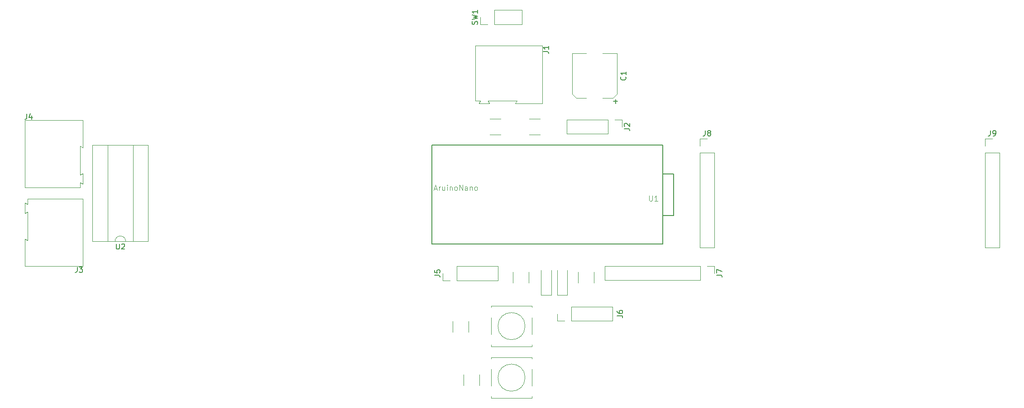
<source format=gbr>
G04 #@! TF.FileFunction,Legend,Top*
%FSLAX46Y46*%
G04 Gerber Fmt 4.6, Leading zero omitted, Abs format (unit mm)*
G04 Created by KiCad (PCBNEW 4.0.7-e2-6376~58~ubuntu14.04.1) date Mon Sep 18 21:36:43 2017*
%MOMM*%
%LPD*%
G01*
G04 APERTURE LIST*
%ADD10C,0.100000*%
%ADD11C,0.120000*%
%ADD12C,0.127000*%
%ADD13C,0.150000*%
%ADD14C,0.050000*%
G04 APERTURE END LIST*
D10*
D11*
X162190000Y-68810000D02*
X159510000Y-68810000D01*
X153810000Y-68810000D02*
X156490000Y-68810000D01*
X154570000Y-77190000D02*
X156490000Y-77190000D01*
X161430000Y-77190000D02*
X159510000Y-77190000D01*
X162190000Y-68810000D02*
X162190000Y-76430000D01*
X162190000Y-76430000D02*
X161430000Y-77190000D01*
X154570000Y-77190000D02*
X153810000Y-76430000D01*
X153810000Y-76430000D02*
X153810000Y-68810000D01*
X148050000Y-114100000D02*
X149950000Y-114100000D01*
X149950000Y-114100000D02*
X149950000Y-109400000D01*
X148050000Y-114100000D02*
X148050000Y-109400000D01*
X151050000Y-114100000D02*
X152950000Y-114100000D01*
X152950000Y-114100000D02*
X152950000Y-109400000D01*
X151050000Y-114100000D02*
X151050000Y-109400000D01*
X148300000Y-67350000D02*
X135700000Y-67350000D01*
X135700000Y-67350000D02*
X135700000Y-77700000D01*
X135700000Y-77700000D02*
X136650000Y-77700000D01*
X136650000Y-77700000D02*
X136400000Y-78200000D01*
X136400000Y-78200000D02*
X138300000Y-78200000D01*
X138300000Y-78200000D02*
X138350000Y-78200000D01*
X138350000Y-78200000D02*
X138100000Y-77700000D01*
X138100000Y-77700000D02*
X143500000Y-77700000D01*
X143500000Y-77700000D02*
X143200000Y-78200000D01*
X143200000Y-78200000D02*
X148300000Y-78200000D01*
X148300000Y-78200000D02*
X148300000Y-67350000D01*
X62340000Y-108662000D02*
X62340000Y-96062000D01*
X62340000Y-96062000D02*
X51990000Y-96062000D01*
X51990000Y-96062000D02*
X51990000Y-97012000D01*
X51990000Y-97012000D02*
X51490000Y-96762000D01*
X51490000Y-96762000D02*
X51490000Y-98662000D01*
X51490000Y-98662000D02*
X51490000Y-98712000D01*
X51490000Y-98712000D02*
X51990000Y-98462000D01*
X51990000Y-98462000D02*
X51990000Y-103862000D01*
X51990000Y-103862000D02*
X51490000Y-103562000D01*
X51490000Y-103562000D02*
X51490000Y-108662000D01*
X51490000Y-108662000D02*
X62340000Y-108662000D01*
X51452000Y-81330000D02*
X51452000Y-93930000D01*
X51452000Y-93930000D02*
X61802000Y-93930000D01*
X61802000Y-93930000D02*
X61802000Y-92980000D01*
X61802000Y-92980000D02*
X62302000Y-93230000D01*
X62302000Y-93230000D02*
X62302000Y-91330000D01*
X62302000Y-91330000D02*
X62302000Y-91280000D01*
X62302000Y-91280000D02*
X61802000Y-91530000D01*
X61802000Y-91530000D02*
X61802000Y-86130000D01*
X61802000Y-86130000D02*
X62302000Y-86430000D01*
X62302000Y-86430000D02*
X62302000Y-81330000D01*
X62302000Y-81330000D02*
X51452000Y-81330000D01*
X153670000Y-118932000D02*
X161350000Y-118932000D01*
X161350000Y-118932000D02*
X161350000Y-116272000D01*
X161350000Y-116272000D02*
X153670000Y-116272000D01*
X153670000Y-116272000D02*
X153670000Y-118932000D01*
X152400000Y-118932000D02*
X151070000Y-118932000D01*
X151070000Y-118932000D02*
X151070000Y-117602000D01*
X177800000Y-108652000D02*
X159960000Y-108652000D01*
X159960000Y-108652000D02*
X159960000Y-111312000D01*
X159960000Y-111312000D02*
X177800000Y-111312000D01*
X177800000Y-111312000D02*
X177800000Y-108652000D01*
X179070000Y-108652000D02*
X180400000Y-108652000D01*
X180400000Y-108652000D02*
X180400000Y-109982000D01*
X177740000Y-87376000D02*
X177740000Y-105216000D01*
X177740000Y-105216000D02*
X180400000Y-105216000D01*
X180400000Y-105216000D02*
X180400000Y-87376000D01*
X180400000Y-87376000D02*
X177740000Y-87376000D01*
X177740000Y-86106000D02*
X177740000Y-84776000D01*
X177740000Y-84776000D02*
X179070000Y-84776000D01*
X231080000Y-87376000D02*
X231080000Y-105216000D01*
X231080000Y-105216000D02*
X233740000Y-105216000D01*
X233740000Y-105216000D02*
X233740000Y-87376000D01*
X233740000Y-87376000D02*
X231080000Y-87376000D01*
X231080000Y-86106000D02*
X231080000Y-84776000D01*
X231080000Y-84776000D02*
X232410000Y-84776000D01*
X147812000Y-84030000D02*
X145812000Y-84030000D01*
X145812000Y-81070000D02*
X147812000Y-81070000D01*
X140446000Y-84030000D02*
X138446000Y-84030000D01*
X138446000Y-81070000D02*
X140446000Y-81070000D01*
X142792000Y-111744000D02*
X142792000Y-109744000D01*
X145752000Y-109744000D02*
X145752000Y-111744000D01*
X154984000Y-111744000D02*
X154984000Y-109744000D01*
X157944000Y-109744000D02*
X157944000Y-111744000D01*
X133520000Y-131000000D02*
X133520000Y-129000000D01*
X136480000Y-129000000D02*
X136480000Y-131000000D01*
X131520000Y-121000000D02*
X131520000Y-119000000D01*
X134480000Y-119000000D02*
X134480000Y-121000000D01*
X138684000Y-116078000D02*
X146304000Y-116078000D01*
X146304000Y-116078000D02*
X146304000Y-116378000D01*
X146304000Y-123698000D02*
X138684000Y-123698000D01*
X138684000Y-116078000D02*
X138684000Y-116378000D01*
X146304000Y-118318000D02*
X146304000Y-121458000D01*
X138684000Y-118318000D02*
X138684000Y-121458000D01*
X146304000Y-123398000D02*
X146304000Y-123698000D01*
X138684000Y-123398000D02*
X138684000Y-123698000D01*
X145034000Y-119888000D02*
G75*
G03X145034000Y-119888000I-2540000J0D01*
G01*
X138684000Y-125730000D02*
X146304000Y-125730000D01*
X146304000Y-125730000D02*
X146304000Y-126030000D01*
X146304000Y-133350000D02*
X138684000Y-133350000D01*
X138684000Y-125730000D02*
X138684000Y-126030000D01*
X146304000Y-127970000D02*
X146304000Y-131110000D01*
X138684000Y-127970000D02*
X138684000Y-131110000D01*
X146304000Y-133050000D02*
X146304000Y-133350000D01*
X138684000Y-133050000D02*
X138684000Y-133350000D01*
X145034000Y-129540000D02*
G75*
G03X145034000Y-129540000I-2540000J0D01*
G01*
D12*
X127635000Y-104521000D02*
X127635000Y-85979000D01*
X127635000Y-85979000D02*
X170815000Y-85979000D01*
X170815000Y-85979000D02*
X170815000Y-99150000D01*
X170815000Y-99150000D02*
X170815000Y-104521000D01*
X170815000Y-104521000D02*
X127635000Y-104521000D01*
X172815000Y-99150000D02*
X172815000Y-91350000D01*
X172815000Y-99150000D02*
X170815000Y-99150000D01*
X172825000Y-91350000D02*
X170825000Y-91350000D01*
D11*
X70342000Y-104006000D02*
X71712000Y-104006000D01*
X71712000Y-104006000D02*
X71712000Y-85986000D01*
X71712000Y-85986000D02*
X66972000Y-85986000D01*
X66972000Y-85986000D02*
X66972000Y-104006000D01*
X66972000Y-104006000D02*
X68342000Y-104006000D01*
X74542000Y-104006000D02*
X74542000Y-85986000D01*
X74542000Y-85986000D02*
X64142000Y-85986000D01*
X64142000Y-85986000D02*
X64142000Y-104006000D01*
X64142000Y-104006000D02*
X74542000Y-104006000D01*
X68342000Y-104006000D02*
G75*
G02X70342000Y-104006000I1000000J0D01*
G01*
X160528000Y-81220000D02*
X152848000Y-81220000D01*
X152848000Y-81220000D02*
X152848000Y-83880000D01*
X152848000Y-83880000D02*
X160528000Y-83880000D01*
X160528000Y-83880000D02*
X160528000Y-81220000D01*
X161798000Y-81220000D02*
X163128000Y-81220000D01*
X163128000Y-81220000D02*
X163128000Y-82550000D01*
X132270000Y-111330000D02*
X139950000Y-111330000D01*
X139950000Y-111330000D02*
X139950000Y-108670000D01*
X139950000Y-108670000D02*
X132270000Y-108670000D01*
X132270000Y-108670000D02*
X132270000Y-111330000D01*
X131000000Y-111330000D02*
X129670000Y-111330000D01*
X129670000Y-111330000D02*
X129670000Y-110000000D01*
X139270000Y-63330000D02*
X144410000Y-63330000D01*
X144410000Y-63330000D02*
X144410000Y-60670000D01*
X144410000Y-60670000D02*
X139270000Y-60670000D01*
X139270000Y-60670000D02*
X139270000Y-63330000D01*
X138000000Y-63330000D02*
X136670000Y-63330000D01*
X136670000Y-63330000D02*
X136670000Y-62000000D01*
D13*
X163807143Y-73166666D02*
X163854762Y-73214285D01*
X163902381Y-73357142D01*
X163902381Y-73452380D01*
X163854762Y-73595238D01*
X163759524Y-73690476D01*
X163664286Y-73738095D01*
X163473810Y-73785714D01*
X163330952Y-73785714D01*
X163140476Y-73738095D01*
X163045238Y-73690476D01*
X162950000Y-73595238D01*
X162902381Y-73452380D01*
X162902381Y-73357142D01*
X162950000Y-73214285D01*
X162997619Y-73166666D01*
X163902381Y-72214285D02*
X163902381Y-72785714D01*
X163902381Y-72500000D02*
X162902381Y-72500000D01*
X163045238Y-72595238D01*
X163140476Y-72690476D01*
X163188095Y-72785714D01*
X161971429Y-78160952D02*
X161971429Y-77399047D01*
X162352381Y-77779999D02*
X161590476Y-77779999D01*
X148442381Y-68413333D02*
X149156667Y-68413333D01*
X149299524Y-68460953D01*
X149394762Y-68556191D01*
X149442381Y-68699048D01*
X149442381Y-68794286D01*
X149442381Y-67413333D02*
X149442381Y-67984762D01*
X149442381Y-67699048D02*
X148442381Y-67699048D01*
X148585238Y-67794286D01*
X148680476Y-67889524D01*
X148728095Y-67984762D01*
X61276667Y-108804381D02*
X61276667Y-109518667D01*
X61229047Y-109661524D01*
X61133809Y-109756762D01*
X60990952Y-109804381D01*
X60895714Y-109804381D01*
X61657619Y-108804381D02*
X62276667Y-108804381D01*
X61943333Y-109185333D01*
X62086191Y-109185333D01*
X62181429Y-109232952D01*
X62229048Y-109280571D01*
X62276667Y-109375810D01*
X62276667Y-109613905D01*
X62229048Y-109709143D01*
X62181429Y-109756762D01*
X62086191Y-109804381D01*
X61800476Y-109804381D01*
X61705238Y-109756762D01*
X61657619Y-109709143D01*
X51848667Y-80092381D02*
X51848667Y-80806667D01*
X51801047Y-80949524D01*
X51705809Y-81044762D01*
X51562952Y-81092381D01*
X51467714Y-81092381D01*
X52753429Y-80425714D02*
X52753429Y-81092381D01*
X52515333Y-80044762D02*
X52277238Y-80759048D01*
X52896286Y-80759048D01*
X162266381Y-117935333D02*
X162980667Y-117935333D01*
X163123524Y-117982953D01*
X163218762Y-118078191D01*
X163266381Y-118221048D01*
X163266381Y-118316286D01*
X162266381Y-117030571D02*
X162266381Y-117221048D01*
X162314000Y-117316286D01*
X162361619Y-117363905D01*
X162504476Y-117459143D01*
X162694952Y-117506762D01*
X163075905Y-117506762D01*
X163171143Y-117459143D01*
X163218762Y-117411524D01*
X163266381Y-117316286D01*
X163266381Y-117125809D01*
X163218762Y-117030571D01*
X163171143Y-116982952D01*
X163075905Y-116935333D01*
X162837810Y-116935333D01*
X162742571Y-116982952D01*
X162694952Y-117030571D01*
X162647333Y-117125809D01*
X162647333Y-117316286D01*
X162694952Y-117411524D01*
X162742571Y-117459143D01*
X162837810Y-117506762D01*
X180852381Y-110315333D02*
X181566667Y-110315333D01*
X181709524Y-110362953D01*
X181804762Y-110458191D01*
X181852381Y-110601048D01*
X181852381Y-110696286D01*
X180852381Y-109934381D02*
X180852381Y-109267714D01*
X181852381Y-109696286D01*
X178736667Y-83228381D02*
X178736667Y-83942667D01*
X178689047Y-84085524D01*
X178593809Y-84180762D01*
X178450952Y-84228381D01*
X178355714Y-84228381D01*
X179355714Y-83656952D02*
X179260476Y-83609333D01*
X179212857Y-83561714D01*
X179165238Y-83466476D01*
X179165238Y-83418857D01*
X179212857Y-83323619D01*
X179260476Y-83276000D01*
X179355714Y-83228381D01*
X179546191Y-83228381D01*
X179641429Y-83276000D01*
X179689048Y-83323619D01*
X179736667Y-83418857D01*
X179736667Y-83466476D01*
X179689048Y-83561714D01*
X179641429Y-83609333D01*
X179546191Y-83656952D01*
X179355714Y-83656952D01*
X179260476Y-83704571D01*
X179212857Y-83752190D01*
X179165238Y-83847429D01*
X179165238Y-84037905D01*
X179212857Y-84133143D01*
X179260476Y-84180762D01*
X179355714Y-84228381D01*
X179546191Y-84228381D01*
X179641429Y-84180762D01*
X179689048Y-84133143D01*
X179736667Y-84037905D01*
X179736667Y-83847429D01*
X179689048Y-83752190D01*
X179641429Y-83704571D01*
X179546191Y-83656952D01*
X232076667Y-83228381D02*
X232076667Y-83942667D01*
X232029047Y-84085524D01*
X231933809Y-84180762D01*
X231790952Y-84228381D01*
X231695714Y-84228381D01*
X232600476Y-84228381D02*
X232790952Y-84228381D01*
X232886191Y-84180762D01*
X232933810Y-84133143D01*
X233029048Y-83990286D01*
X233076667Y-83799810D01*
X233076667Y-83418857D01*
X233029048Y-83323619D01*
X232981429Y-83276000D01*
X232886191Y-83228381D01*
X232695714Y-83228381D01*
X232600476Y-83276000D01*
X232552857Y-83323619D01*
X232505238Y-83418857D01*
X232505238Y-83656952D01*
X232552857Y-83752190D01*
X232600476Y-83799810D01*
X232695714Y-83847429D01*
X232886191Y-83847429D01*
X232981429Y-83799810D01*
X233029048Y-83752190D01*
X233076667Y-83656952D01*
D14*
X168238095Y-95452381D02*
X168238095Y-96261905D01*
X168285714Y-96357143D01*
X168333333Y-96404762D01*
X168428571Y-96452381D01*
X168619048Y-96452381D01*
X168714286Y-96404762D01*
X168761905Y-96357143D01*
X168809524Y-96261905D01*
X168809524Y-95452381D01*
X169809524Y-96452381D02*
X169238095Y-96452381D01*
X169523809Y-96452381D02*
X169523809Y-95452381D01*
X169428571Y-95595238D01*
X169333333Y-95690476D01*
X169238095Y-95738095D01*
X128056190Y-94146667D02*
X128532381Y-94146667D01*
X127960952Y-94432381D02*
X128294285Y-93432381D01*
X128627619Y-94432381D01*
X128960952Y-94432381D02*
X128960952Y-93765714D01*
X128960952Y-93956190D02*
X129008571Y-93860952D01*
X129056190Y-93813333D01*
X129151428Y-93765714D01*
X129246667Y-93765714D01*
X130008572Y-93765714D02*
X130008572Y-94432381D01*
X129580000Y-93765714D02*
X129580000Y-94289524D01*
X129627619Y-94384762D01*
X129722857Y-94432381D01*
X129865715Y-94432381D01*
X129960953Y-94384762D01*
X130008572Y-94337143D01*
X130484762Y-94432381D02*
X130484762Y-93765714D01*
X130484762Y-93432381D02*
X130437143Y-93480000D01*
X130484762Y-93527619D01*
X130532381Y-93480000D01*
X130484762Y-93432381D01*
X130484762Y-93527619D01*
X130960952Y-93765714D02*
X130960952Y-94432381D01*
X130960952Y-93860952D02*
X131008571Y-93813333D01*
X131103809Y-93765714D01*
X131246667Y-93765714D01*
X131341905Y-93813333D01*
X131389524Y-93908571D01*
X131389524Y-94432381D01*
X132008571Y-94432381D02*
X131913333Y-94384762D01*
X131865714Y-94337143D01*
X131818095Y-94241905D01*
X131818095Y-93956190D01*
X131865714Y-93860952D01*
X131913333Y-93813333D01*
X132008571Y-93765714D01*
X132151429Y-93765714D01*
X132246667Y-93813333D01*
X132294286Y-93860952D01*
X132341905Y-93956190D01*
X132341905Y-94241905D01*
X132294286Y-94337143D01*
X132246667Y-94384762D01*
X132151429Y-94432381D01*
X132008571Y-94432381D01*
X132770476Y-94432381D02*
X132770476Y-93432381D01*
X133341905Y-94432381D01*
X133341905Y-93432381D01*
X134246667Y-94432381D02*
X134246667Y-93908571D01*
X134199048Y-93813333D01*
X134103810Y-93765714D01*
X133913333Y-93765714D01*
X133818095Y-93813333D01*
X134246667Y-94384762D02*
X134151429Y-94432381D01*
X133913333Y-94432381D01*
X133818095Y-94384762D01*
X133770476Y-94289524D01*
X133770476Y-94194286D01*
X133818095Y-94099048D01*
X133913333Y-94051429D01*
X134151429Y-94051429D01*
X134246667Y-94003810D01*
X134722857Y-93765714D02*
X134722857Y-94432381D01*
X134722857Y-93860952D02*
X134770476Y-93813333D01*
X134865714Y-93765714D01*
X135008572Y-93765714D01*
X135103810Y-93813333D01*
X135151429Y-93908571D01*
X135151429Y-94432381D01*
X135770476Y-94432381D02*
X135675238Y-94384762D01*
X135627619Y-94337143D01*
X135580000Y-94241905D01*
X135580000Y-93956190D01*
X135627619Y-93860952D01*
X135675238Y-93813333D01*
X135770476Y-93765714D01*
X135913334Y-93765714D01*
X136008572Y-93813333D01*
X136056191Y-93860952D01*
X136103810Y-93956190D01*
X136103810Y-94241905D01*
X136056191Y-94337143D01*
X136008572Y-94384762D01*
X135913334Y-94432381D01*
X135770476Y-94432381D01*
D13*
X68580095Y-104458381D02*
X68580095Y-105267905D01*
X68627714Y-105363143D01*
X68675333Y-105410762D01*
X68770571Y-105458381D01*
X68961048Y-105458381D01*
X69056286Y-105410762D01*
X69103905Y-105363143D01*
X69151524Y-105267905D01*
X69151524Y-104458381D01*
X69580095Y-104553619D02*
X69627714Y-104506000D01*
X69722952Y-104458381D01*
X69961048Y-104458381D01*
X70056286Y-104506000D01*
X70103905Y-104553619D01*
X70151524Y-104648857D01*
X70151524Y-104744095D01*
X70103905Y-104886952D01*
X69532476Y-105458381D01*
X70151524Y-105458381D01*
X163580381Y-82883333D02*
X164294667Y-82883333D01*
X164437524Y-82930953D01*
X164532762Y-83026191D01*
X164580381Y-83169048D01*
X164580381Y-83264286D01*
X163675619Y-82454762D02*
X163628000Y-82407143D01*
X163580381Y-82311905D01*
X163580381Y-82073809D01*
X163628000Y-81978571D01*
X163675619Y-81930952D01*
X163770857Y-81883333D01*
X163866095Y-81883333D01*
X164008952Y-81930952D01*
X164580381Y-82502381D01*
X164580381Y-81883333D01*
X128122381Y-110333333D02*
X128836667Y-110333333D01*
X128979524Y-110380953D01*
X129074762Y-110476191D01*
X129122381Y-110619048D01*
X129122381Y-110714286D01*
X128122381Y-109380952D02*
X128122381Y-109857143D01*
X128598571Y-109904762D01*
X128550952Y-109857143D01*
X128503333Y-109761905D01*
X128503333Y-109523809D01*
X128550952Y-109428571D01*
X128598571Y-109380952D01*
X128693810Y-109333333D01*
X128931905Y-109333333D01*
X129027143Y-109380952D01*
X129074762Y-109428571D01*
X129122381Y-109523809D01*
X129122381Y-109761905D01*
X129074762Y-109857143D01*
X129027143Y-109904762D01*
X136074762Y-63333333D02*
X136122381Y-63190476D01*
X136122381Y-62952380D01*
X136074762Y-62857142D01*
X136027143Y-62809523D01*
X135931905Y-62761904D01*
X135836667Y-62761904D01*
X135741429Y-62809523D01*
X135693810Y-62857142D01*
X135646190Y-62952380D01*
X135598571Y-63142857D01*
X135550952Y-63238095D01*
X135503333Y-63285714D01*
X135408095Y-63333333D01*
X135312857Y-63333333D01*
X135217619Y-63285714D01*
X135170000Y-63238095D01*
X135122381Y-63142857D01*
X135122381Y-62904761D01*
X135170000Y-62761904D01*
X135122381Y-62428571D02*
X136122381Y-62190476D01*
X135408095Y-61999999D01*
X136122381Y-61809523D01*
X135122381Y-61571428D01*
X136122381Y-60666666D02*
X136122381Y-61238095D01*
X136122381Y-60952381D02*
X135122381Y-60952381D01*
X135265238Y-61047619D01*
X135360476Y-61142857D01*
X135408095Y-61238095D01*
M02*

</source>
